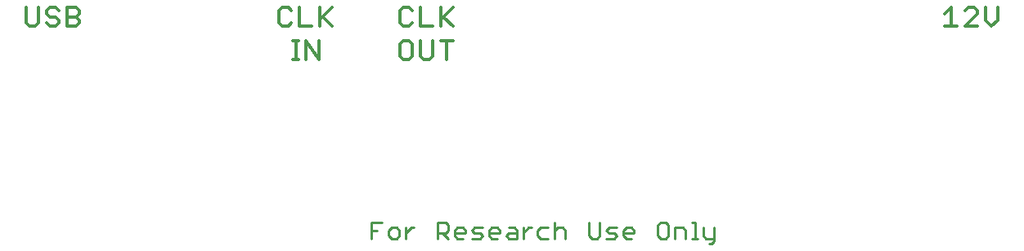
<source format=gbr>
G04 EAGLE Gerber RS-274X export*
G75*
%MOMM*%
%FSLAX34Y34*%
%LPD*%
%INSilkscreen Top*%
%IPPOS*%
%AMOC8*
5,1,8,0,0,1.08239X$1,22.5*%
G01*
%ADD10C,0.355600*%
%ADD11C,0.279400*%


D10*
X128014Y292539D02*
X128014Y276438D01*
X131234Y273218D01*
X137674Y273218D01*
X140895Y276438D01*
X140895Y292539D01*
X158724Y292539D02*
X161944Y289318D01*
X158724Y292539D02*
X152283Y292539D01*
X149063Y289318D01*
X149063Y286098D01*
X152283Y282878D01*
X158724Y282878D01*
X161944Y279658D01*
X161944Y276438D01*
X158724Y273218D01*
X152283Y273218D01*
X149063Y276438D01*
X170113Y273218D02*
X170113Y292539D01*
X179773Y292539D01*
X182993Y289318D01*
X182993Y286098D01*
X179773Y282878D01*
X182993Y279658D01*
X182993Y276438D01*
X179773Y273218D01*
X170113Y273218D01*
X170113Y282878D02*
X179773Y282878D01*
X399578Y292629D02*
X402799Y289408D01*
X399578Y292629D02*
X393138Y292629D01*
X389918Y289408D01*
X389918Y276528D01*
X393138Y273308D01*
X399578Y273308D01*
X402799Y276528D01*
X410967Y273308D02*
X410967Y292629D01*
X410967Y273308D02*
X423848Y273308D01*
X432017Y273308D02*
X432017Y292629D01*
X444897Y292629D02*
X432017Y279748D01*
X435237Y282968D02*
X444897Y273308D01*
X410391Y239018D02*
X403951Y239018D01*
X407171Y239018D02*
X407171Y258339D01*
X403951Y258339D02*
X410391Y258339D01*
X417984Y258339D02*
X417984Y239018D01*
X430864Y239018D02*
X417984Y258339D01*
X430864Y258339D02*
X430864Y239018D01*
X524578Y292629D02*
X527799Y289408D01*
X524578Y292629D02*
X518138Y292629D01*
X514918Y289408D01*
X514918Y276528D01*
X518138Y273308D01*
X524578Y273308D01*
X527799Y276528D01*
X535967Y273308D02*
X535967Y292629D01*
X535967Y273308D02*
X548848Y273308D01*
X557017Y273308D02*
X557017Y292629D01*
X569897Y292629D02*
X557017Y279748D01*
X560237Y282968D02*
X569897Y273308D01*
X524578Y258339D02*
X518138Y258339D01*
X514918Y255118D01*
X514918Y242238D01*
X518138Y239018D01*
X524578Y239018D01*
X527799Y242238D01*
X527799Y255118D01*
X524578Y258339D01*
X535967Y258339D02*
X535967Y242238D01*
X539187Y239018D01*
X545628Y239018D01*
X548848Y242238D01*
X548848Y258339D01*
X563457Y258339D02*
X563457Y239018D01*
X557017Y258339D02*
X569897Y258339D01*
D11*
X485686Y69361D02*
X485686Y52837D01*
X485686Y69361D02*
X496702Y69361D01*
X491194Y61099D02*
X485686Y61099D01*
X506215Y52837D02*
X511723Y52837D01*
X514477Y55591D01*
X514477Y61099D01*
X511723Y63853D01*
X506215Y63853D01*
X503461Y61099D01*
X503461Y55591D01*
X506215Y52837D01*
X521236Y52837D02*
X521236Y63853D01*
X521236Y58345D02*
X526744Y63853D01*
X529498Y63853D01*
X553823Y69361D02*
X553823Y52837D01*
X553823Y69361D02*
X562085Y69361D01*
X564839Y66607D01*
X564839Y61099D01*
X562085Y58345D01*
X553823Y58345D01*
X559331Y58345D02*
X564839Y52837D01*
X574352Y52837D02*
X579860Y52837D01*
X574352Y52837D02*
X571598Y55591D01*
X571598Y61099D01*
X574352Y63853D01*
X579860Y63853D01*
X582614Y61099D01*
X582614Y58345D01*
X571598Y58345D01*
X589372Y52837D02*
X597634Y52837D01*
X600388Y55591D01*
X597634Y58345D01*
X592126Y58345D01*
X589372Y61099D01*
X592126Y63853D01*
X600388Y63853D01*
X609901Y52837D02*
X615409Y52837D01*
X609901Y52837D02*
X607147Y55591D01*
X607147Y61099D01*
X609901Y63853D01*
X615409Y63853D01*
X618163Y61099D01*
X618163Y58345D01*
X607147Y58345D01*
X627676Y63853D02*
X633184Y63853D01*
X635938Y61099D01*
X635938Y52837D01*
X627676Y52837D01*
X624922Y55591D01*
X627676Y58345D01*
X635938Y58345D01*
X642697Y52837D02*
X642697Y63853D01*
X642697Y58345D02*
X648205Y63853D01*
X650959Y63853D01*
X660263Y63853D02*
X668525Y63853D01*
X660263Y63853D02*
X657509Y61099D01*
X657509Y55591D01*
X660263Y52837D01*
X668525Y52837D01*
X675284Y52837D02*
X675284Y69361D01*
X678038Y63853D02*
X675284Y61099D01*
X678038Y63853D02*
X683546Y63853D01*
X686300Y61099D01*
X686300Y52837D01*
X710834Y55591D02*
X710834Y69361D01*
X710834Y55591D02*
X713588Y52837D01*
X719096Y52837D01*
X721850Y55591D01*
X721850Y69361D01*
X728609Y52837D02*
X736871Y52837D01*
X739625Y55591D01*
X736871Y58345D01*
X731363Y58345D01*
X728609Y61099D01*
X731363Y63853D01*
X739625Y63853D01*
X749138Y52837D02*
X754646Y52837D01*
X749138Y52837D02*
X746384Y55591D01*
X746384Y61099D01*
X749138Y63853D01*
X754646Y63853D01*
X757400Y61099D01*
X757400Y58345D01*
X746384Y58345D01*
X784687Y69361D02*
X790195Y69361D01*
X784687Y69361D02*
X781933Y66607D01*
X781933Y55591D01*
X784687Y52837D01*
X790195Y52837D01*
X792949Y55591D01*
X792949Y66607D01*
X790195Y69361D01*
X799708Y63853D02*
X799708Y52837D01*
X799708Y63853D02*
X807970Y63853D01*
X810724Y61099D01*
X810724Y52837D01*
X817483Y69361D02*
X820237Y69361D01*
X820237Y52837D01*
X817483Y52837D02*
X822991Y52837D01*
X829333Y55591D02*
X829333Y63853D01*
X829333Y55591D02*
X832087Y52837D01*
X840349Y52837D01*
X840349Y50083D02*
X840349Y63853D01*
X840349Y50083D02*
X837595Y47329D01*
X834841Y47329D01*
D10*
X1079004Y286098D02*
X1085444Y292539D01*
X1085444Y273218D01*
X1079004Y273218D02*
X1091885Y273218D01*
X1100053Y273218D02*
X1112934Y273218D01*
X1112934Y286098D02*
X1100053Y273218D01*
X1112934Y286098D02*
X1112934Y289318D01*
X1109714Y292539D01*
X1103273Y292539D01*
X1100053Y289318D01*
X1121103Y292539D02*
X1121103Y279658D01*
X1127543Y273218D01*
X1133983Y279658D01*
X1133983Y292539D01*
M02*

</source>
